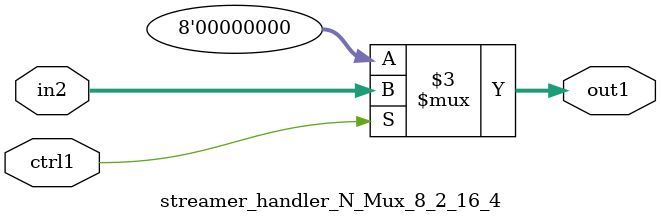
<source format=v>

`timescale 1ps / 1ps


module streamer_handler_N_Mux_8_2_16_4( in2, ctrl1, out1 );

    input [7:0] in2;
    input ctrl1;
    output [7:0] out1;
    reg [7:0] out1;

    
    // rtl_process:streamer_handler_N_Mux_8_2_16_4/streamer_handler_N_Mux_8_2_16_4_thread_1
    always @*
      begin : streamer_handler_N_Mux_8_2_16_4_thread_1
        case (ctrl1) 
          1'b1: 
            begin
              out1 = in2;
            end
          default: 
            begin
              out1 = 8'd000;
            end
        endcase
      end

endmodule





</source>
